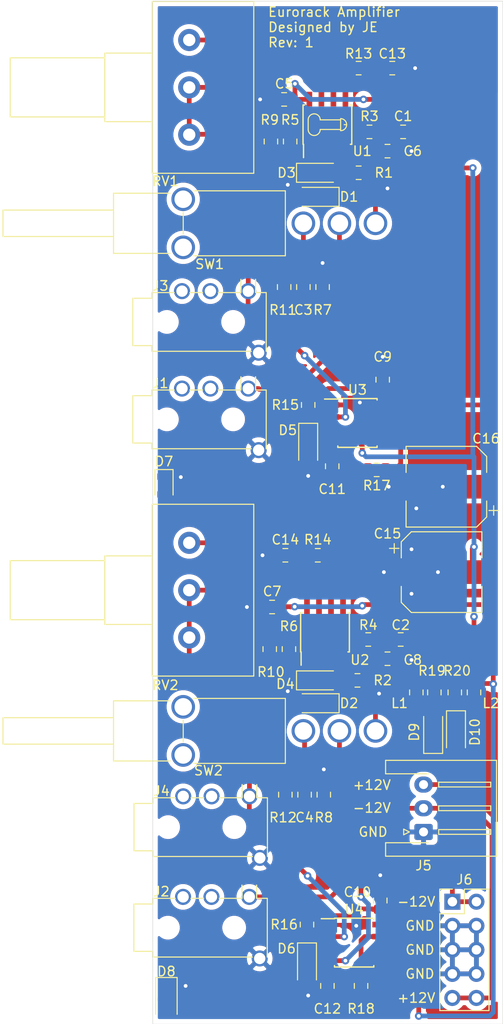
<source format=kicad_pcb>
(kicad_pcb (version 20171130) (host pcbnew "(5.1.0)-1")
  (layers (0 F.Cu signal) (31 B.Cu signal) (34 B.Paste user) (35 F.Paste user) (36 B.SilkS user) (37 F.SilkS user) (38 B.Mask user) (39 F.Mask user) (44 Edge.Cuts user))
  (net 0 "")
  (net 1 "Net-(C1-Pad2)")
  (net 2 GND)
  (net 3 "Net-(C2-Pad2)")
  (net 4 "Net-(C3-Pad2)")
  (net 5 "Net-(C3-Pad1)")
  (net 6 "Net-(C4-Pad2)")
  (net 7 "Net-(C4-Pad1)")
  (net 8 +12V)
  (net 9 -12V)
  (net 10 "Net-(C13-Pad2)")
  (net 11 "Net-(C14-Pad2)")
  (net 12 "Net-(D1-Pad1)")
  (net 13 "Net-(D2-Pad1)")
  (net 14 "Net-(D5-Pad1)")
  (net 15 "Net-(D6-Pad1)")
  (net 16 "Net-(D7-Pad2)")
  (net 17 "Net-(D8-Pad2)")
  (net 18 "Net-(R3-Pad2)")
  (net 19 "Net-(R4-Pad2)")
  (net 20 "Net-(R5-Pad2)")
  (net 21 "Net-(R10-Pad1)")
  (net 22 "Net-(R11-Pad2)")
  (net 23 "Net-(R10-Pad2)")
  (net 24 "Net-(R13-Pad2)")
  (net 25 "Net-(R14-Pad2)")
  (net 26 "Net-(U3-Pad6)")
  (net 27 "Net-(U3-Pad5)")
  (net 28 "Net-(U4-Pad6)")
  (net 29 "Net-(U4-Pad5)")
  (net 30 "Net-(J1-PadR2)")
  (net 31 "Net-(J1-PadR1)")
  (net 32 "Net-(J2-PadR2)")
  (net 33 "Net-(J2-PadR1)")
  (net 34 "Net-(J3-PadR2)")
  (net 35 "Net-(J3-PadR1)")
  (net 36 "Net-(J3-PadT)")
  (net 37 "Net-(J4-PadR2)")
  (net 38 "Net-(J4-PadR1)")
  (net 39 "Net-(J1-PadT)")
  (net 40 "Net-(J2-PadT)")
  (net 41 "Net-(J4-PadT)")
  (net 42 "Net-(R17-Pad1)")
  (net 43 "Net-(R18-Pad2)")
  (net 44 "Net-(L1-Pad1)")
  (net 45 "Net-(L2-Pad1)")
  (net 46 "Net-(D9-Pad2)")
  (net 47 "Net-(D9-Pad1)")
  (net 48 "Net-(D10-Pad2)")
  (net 49 "Net-(D10-Pad1)")
  (module Capacitor_SMD:CP_Elec_8x10 (layer F.Cu) (at 128.524 97.282)
    (fp_text reference C16 (at 4.699 -14.097) (layer F.SilkS))
    (fp_text value 330u)
    (pad 2 smd roundrect (at 3.25 0) (size 3.5 2.5) (layers F.Cu F.Paste F.Mask) (roundrect_rratio 0.1) (net 9 -12V))
    (pad 1 smd roundrect (at -3.25 0) (size 3.5 2.5) (layers F.Cu F.Paste F.Mask) (roundrect_rratio 0.1) (net 2 GND))
  )
  (module Capacitor_SMD:CP_Elec_8x10 (layer F.Cu) (at 129.032 88.265 180)
    (fp_text reference C15 (at 6.223 -4.953 180) (layer F.SilkS))
    (fp_text value 330u)
    (pad 2 smd roundrect (at 3.25 0 180) (size 3.5 2.5) (layers F.Cu F.Paste F.Mask) (roundrect_rratio 0.1) (net 2 GND))
    (pad 1 smd roundrect (at -3.25 0 180) (size 3.5 2.5) (layers F.Cu F.Paste F.Mask) (roundrect_rratio 0.1) (net 8 +12V))
  )
  (module Diode_SMD:D_SOD-123 (layer F.Cu) (at 130.048 114.173 270)
    (fp_text reference D10 (at 0 -2 270) (layer F.SilkS))
    (fp_text value ES1JL)
    (pad 2 smd rect (at 1.65 0 270) (size 0.9 1.2) (layers F.Cu F.Paste F.Mask) (net 48 "Net-(D10-Pad2)"))
    (pad 1 smd rect (at -1.65 0 270) (size 0.9 1.2) (layers F.Cu F.Paste F.Mask) (net 49 "Net-(D10-Pad1)"))
  )
  (module Diode_SMD:D_SOD-123 (layer F.Cu) (at 127.635 114.173 90)
    (fp_text reference D9 (at 0 -2 90) (layer F.SilkS))
    (fp_text value ES1JL)
    (pad 2 smd rect (at 1.65 0 90) (size 0.9 1.2) (layers F.Cu F.Paste F.Mask) (net 46 "Net-(D9-Pad2)"))
    (pad 1 smd rect (at -1.65 0 90) (size 0.9 1.2) (layers F.Cu F.Paste F.Mask) (net 47 "Net-(D9-Pad1)"))
  )
  (module Footprints:Jack_3.5mm_PJ320D_TH (layer F.Cu) (at 104.394 124.206)
    (fp_text reference J4 (at -5.461 -3.81) (layer F.SilkS))
    (fp_text value AudioJack4)
    (pad S thru_hole circle (at 4.925 3.25) (size 1.7 1.7) (drill 1.2) (layers *.Cu *.Mask) (net 2 GND))
    (pad T thru_hole circle (at 3.825 -3.25) (size 1.7 1.7) (drill 1.2) (layers *.Cu *.Mask) (net 41 "Net-(J4-PadT)"))
    (pad R1 thru_hole circle (at -0.175 -3.25) (size 1.7 1.7) (drill 1.2) (layers *.Cu *.Mask) (net 38 "Net-(J4-PadR1)"))
    (pad R2 thru_hole circle (at -3.175 -3.25) (size 1.7 1.7) (drill 1.2) (layers *.Cu *.Mask) (net 37 "Net-(J4-PadR2)"))
    (pad "" np_thru_hole circle (at -4.775 0) (size 1.5 1.5) (drill 1.5) (layers *.Cu *.Mask))
    (pad "" np_thru_hole circle (at 2.225 0) (size 1.5 1.5) (drill 1.5) (layers *.Cu *.Mask))
  )
  (module Footprints:Jack_3.5mm_PJ320D_TH (layer F.Cu) (at 104.267 70.866)
    (fp_text reference J3 (at -5.461 -3.81) (layer F.SilkS))
    (fp_text value AudioJack4)
    (pad S thru_hole circle (at 4.925 3.25) (size 1.7 1.7) (drill 1.2) (layers *.Cu *.Mask) (net 2 GND))
    (pad T thru_hole circle (at 3.825 -3.25) (size 1.7 1.7) (drill 1.2) (layers *.Cu *.Mask) (net 36 "Net-(J3-PadT)"))
    (pad R1 thru_hole circle (at -0.175 -3.25) (size 1.7 1.7) (drill 1.2) (layers *.Cu *.Mask) (net 35 "Net-(J3-PadR1)"))
    (pad R2 thru_hole circle (at -3.175 -3.25) (size 1.7 1.7) (drill 1.2) (layers *.Cu *.Mask) (net 34 "Net-(J3-PadR2)"))
    (pad "" np_thru_hole circle (at -4.775 0) (size 1.5 1.5) (drill 1.5) (layers *.Cu *.Mask))
    (pad "" np_thru_hole circle (at 2.225 0) (size 1.5 1.5) (drill 1.5) (layers *.Cu *.Mask))
  )
  (module Footprints:Jack_3.5mm_PJ320D_TH (layer F.Cu) (at 104.379 134.822)
    (fp_text reference J2 (at -5.461 -3.81) (layer F.SilkS))
    (fp_text value AudioJack4)
    (pad S thru_hole circle (at 4.925 3.25) (size 1.7 1.7) (drill 1.2) (layers *.Cu *.Mask) (net 2 GND))
    (pad T thru_hole circle (at 3.825 -3.25) (size 1.7 1.7) (drill 1.2) (layers *.Cu *.Mask) (net 40 "Net-(J2-PadT)"))
    (pad R1 thru_hole circle (at -0.175 -3.25) (size 1.7 1.7) (drill 1.2) (layers *.Cu *.Mask) (net 33 "Net-(J2-PadR1)"))
    (pad R2 thru_hole circle (at -3.175 -3.25) (size 1.7 1.7) (drill 1.2) (layers *.Cu *.Mask) (net 32 "Net-(J2-PadR2)"))
    (pad "" np_thru_hole circle (at -4.775 0) (size 1.5 1.5) (drill 1.5) (layers *.Cu *.Mask))
    (pad "" np_thru_hole circle (at 2.225 0) (size 1.5 1.5) (drill 1.5) (layers *.Cu *.Mask))
  )
  (module Footprints:Jack_3.5mm_PJ320D_TH (layer F.Cu) (at 104.267 81.153)
    (fp_text reference J1 (at -5.461 -3.81) (layer F.SilkS))
    (fp_text value AudioJack4)
    (pad S thru_hole circle (at 4.925 3.25) (size 1.7 1.7) (drill 1.2) (layers *.Cu *.Mask) (net 2 GND))
    (pad T thru_hole circle (at 3.825 -3.25) (size 1.7 1.7) (drill 1.2) (layers *.Cu *.Mask) (net 39 "Net-(J1-PadT)"))
    (pad R1 thru_hole circle (at -0.175 -3.25) (size 1.7 1.7) (drill 1.2) (layers *.Cu *.Mask) (net 31 "Net-(J1-PadR1)"))
    (pad R2 thru_hole circle (at -3.175 -3.25) (size 1.7 1.7) (drill 1.2) (layers *.Cu *.Mask) (net 30 "Net-(J1-PadR2)"))
    (pad "" np_thru_hole circle (at -4.775 0) (size 1.5 1.5) (drill 1.5) (layers *.Cu *.Mask))
    (pad "" np_thru_hole circle (at 2.225 0) (size 1.5 1.5) (drill 1.5) (layers *.Cu *.Mask))
  )
  (module Connector_JST:JST_XH_S3B-XH-A-1_1x03_P2.50mm_Horizontal (layer F.Cu) (at 126.619 124.714 90)
    (fp_text reference J5 (at -3.556 0 180) (layer F.SilkS))
    (fp_text value Conn_01x03_Male)
    (pad 3 thru_hole oval (at 5 0 90) (size 1.7 1.95) (drill 0.95) (layers *.Cu *.Mask) (net 48 "Net-(D10-Pad2)"))
    (pad 2 thru_hole oval (at 2.5 0 90) (size 1.7 1.95) (drill 0.95) (layers *.Cu *.Mask) (net 47 "Net-(D9-Pad1)"))
    (pad 1 thru_hole roundrect (at 0 0 90) (size 1.7 1.95) (drill 0.95) (layers *.Cu *.Mask) (roundrect_rratio 0.147059) (net 2 GND))
  )
  (module Resistor_SMD:R_0805_2012Metric (layer F.Cu) (at 129.921 109.982 90)
    (fp_text reference R20 (at 2.286 0.254 180) (layer F.SilkS))
    (fp_text value 1R)
    (pad 2 smd roundrect (at 0.9375 0 90) (size 0.975 1.4) (layers F.Cu F.Paste F.Mask) (net 45 "Net-(L2-Pad1)"))
    (pad 1 smd roundrect (at -0.9375 0 90) (size 0.975 1.4) (layers F.Cu F.Paste F.Mask) (net 49 "Net-(D10-Pad1)"))
  )
  (module Resistor_SMD:R_0805_2012Metric (layer F.Cu) (at 127.762 109.982 90)
    (fp_text reference R19 (at 2.286 -0.254 180) (layer F.SilkS))
    (fp_text value 1R)
    (pad 2 smd roundrect (at 0.9375 0 90) (size 0.975 1.4) (layers F.Cu F.Paste F.Mask) (net 44 "Net-(L1-Pad1)"))
    (pad 1 smd roundrect (at -0.9375 0 90) (size 0.975 1.4) (layers F.Cu F.Paste F.Mask) (net 46 "Net-(D9-Pad2)"))
  )
  (module Inductor_SMD:L_0805_2012Metric (layer F.Cu) (at 131.953 109.982 90)
    (fp_text reference L2 (at -1.143 1.778 180) (layer F.SilkS))
    (fp_text value 10u)
    (pad 2 smd roundrect (at 0.9375 0 90) (size 0.975 1.4) (layers F.Cu F.Paste F.Mask) (net 8 +12V))
    (pad 1 smd roundrect (at -0.9375 0 90) (size 0.975 1.4) (layers F.Cu F.Paste F.Mask) (net 45 "Net-(L2-Pad1)"))
  )
  (module Inductor_SMD:L_0805_2012Metric (layer F.Cu) (at 125.857 109.982 90)
    (fp_text reference L1 (at -1.143 -1.778 180) (layer F.SilkS))
    (fp_text value 10u)
    (pad 2 smd roundrect (at 0.9375 0 90) (size 0.975 1.4) (layers F.Cu F.Paste F.Mask) (net 9 -12V))
    (pad 1 smd roundrect (at -0.9375 0 90) (size 0.975 1.4) (layers F.Cu F.Paste F.Mask) (net 44 "Net-(L1-Pad1)"))
  )
  (module Connector_PinHeader_2.54mm:PinHeader_2x05_P2.54mm_Vertical (layer F.Cu) (at 129.667 132.08)
    (fp_text reference J6 (at 1.27 -2.33) (layer F.SilkS))
    (fp_text value Conn_02x05_Odd_Even)
    (pad 10 thru_hole oval (at 2.54 10.16) (size 1.7 1.7) (drill 1) (layers *.Cu *.Mask) (net 48 "Net-(D10-Pad2)"))
    (pad 9 thru_hole oval (at 0 10.16) (size 1.7 1.7) (drill 1) (layers *.Cu *.Mask) (net 48 "Net-(D10-Pad2)"))
    (pad 8 thru_hole oval (at 2.54 7.62) (size 1.7 1.7) (drill 1) (layers *.Cu *.Mask) (net 2 GND))
    (pad 7 thru_hole oval (at 0 7.62) (size 1.7 1.7) (drill 1) (layers *.Cu *.Mask) (net 2 GND))
    (pad 6 thru_hole oval (at 2.54 5.08) (size 1.7 1.7) (drill 1) (layers *.Cu *.Mask) (net 2 GND))
    (pad 5 thru_hole oval (at 0 5.08) (size 1.7 1.7) (drill 1) (layers *.Cu *.Mask) (net 2 GND))
    (pad 4 thru_hole oval (at 2.54 2.54) (size 1.7 1.7) (drill 1) (layers *.Cu *.Mask) (net 2 GND))
    (pad 3 thru_hole oval (at 0 2.54) (size 1.7 1.7) (drill 1) (layers *.Cu *.Mask) (net 2 GND))
    (pad 2 thru_hole oval (at 2.54 0) (size 1.7 1.7) (drill 1) (layers *.Cu *.Mask) (net 47 "Net-(D9-Pad1)"))
    (pad 1 thru_hole rect (at 0 0) (size 1.7 1.7) (drill 1) (layers *.Cu *.Mask) (net 47 "Net-(D9-Pad1)"))
  )
  (module LED_SMD:LED_0805_2012Metric (layer F.Cu) (at 99.187 88.138 270)
    (fp_text reference D7 (at -2.54 0) (layer F.SilkS))
    (fp_text value RED)
    (pad 2 smd roundrect (at 0.9375 0 270) (size 0.975 1.4) (layers F.Cu F.Paste F.Mask) (net 16 "Net-(D7-Pad2)"))
    (pad 1 smd roundrect (at -0.9375 0 270) (size 0.975 1.4) (layers F.Cu F.Paste F.Mask) (net 2 GND))
  )
  (module Footprints:RS-toggle-734-7081 (layer F.Cu) (at 101.219 114.046 270)
    (fp_text reference SW2 (at 4.191 -2.667) (layer F.SilkS))
    (fp_text value 734-7081)
    (pad 5 thru_hole circle (at -2.54 0 270) (size 2.5 2.5) (drill 1.85) (layers *.Cu *.Mask))
    (pad 4 thru_hole circle (at 2.54 0 270) (size 2.5 2.5) (drill 1.85) (layers *.Cu *.Mask))
    (pad 3 thru_hole circle (at 0 -20.32 270) (size 2.5 2.5) (drill 1.85) (layers *.Cu *.Mask) (net 13 "Net-(D2-Pad1)"))
    (pad 2 thru_hole circle (at 0 -16.51 270) (size 2.5 2.5) (drill 1.85) (layers *.Cu *.Mask) (net 40 "Net-(J2-PadT)"))
    (pad 1 thru_hole circle (at 0 -12.7 270) (size 2.5 2.5) (drill 1.85) (layers *.Cu *.Mask) (net 6 "Net-(C4-Pad2)"))
  )
  (module Footprints:RS-toggle-734-7081 (layer F.Cu) (at 101.219 60.452 270)
    (fp_text reference SW1 (at 4.318 -2.794) (layer F.SilkS))
    (fp_text value 734-7081)
    (pad 5 thru_hole circle (at -2.54 0 270) (size 2.5 2.5) (drill 1.85) (layers *.Cu *.Mask))
    (pad 4 thru_hole circle (at 2.54 0 270) (size 2.5 2.5) (drill 1.85) (layers *.Cu *.Mask))
    (pad 3 thru_hole circle (at 0 -20.32 270) (size 2.5 2.5) (drill 1.85) (layers *.Cu *.Mask) (net 12 "Net-(D1-Pad1)"))
    (pad 2 thru_hole circle (at 0 -16.51 270) (size 2.5 2.5) (drill 1.85) (layers *.Cu *.Mask) (net 39 "Net-(J1-PadT)"))
    (pad 1 thru_hole circle (at 0 -12.7 270) (size 2.5 2.5) (drill 1.85) (layers *.Cu *.Mask) (net 4 "Net-(C3-Pad2)"))
  )
  (module Package_SO:SOIC-8_3.9x4.9mm_P1.27mm (layer F.Cu) (at 119.286 136.398)
    (fp_text reference U4 (at 0 -3.5) (layer F.SilkS))
    (fp_text value LM311)
    (pad 8 smd rect (at 2.7 -1.905) (size 1.55 0.6) (layers F.Cu F.Paste F.Mask) (net 8 +12V))
    (pad 7 smd rect (at 2.7 -0.635) (size 1.55 0.6) (layers F.Cu F.Paste F.Mask) (net 43 "Net-(R18-Pad2)"))
    (pad 6 smd rect (at 2.7 0.635) (size 1.55 0.6) (layers F.Cu F.Paste F.Mask) (net 28 "Net-(U4-Pad6)"))
    (pad 5 smd rect (at 2.7 1.905) (size 1.55 0.6) (layers F.Cu F.Paste F.Mask) (net 29 "Net-(U4-Pad5)"))
    (pad 4 smd rect (at -2.7 1.905) (size 1.55 0.6) (layers F.Cu F.Paste F.Mask) (net 9 -12V))
    (pad 3 smd rect (at -2.7 0.635) (size 1.55 0.6) (layers F.Cu F.Paste F.Mask) (net 15 "Net-(D6-Pad1)"))
    (pad 2 smd rect (at -2.7 -0.635) (size 1.55 0.6) (layers F.Cu F.Paste F.Mask) (net 41 "Net-(J4-PadT)"))
    (pad 1 smd rect (at -2.7 -1.905) (size 1.55 0.6) (layers F.Cu F.Paste F.Mask) (net 2 GND))
  )
  (module Package_SO:SOIC-8_3.9x4.9mm_P1.27mm (layer F.Cu) (at 119.634 81.534)
    (fp_text reference U3 (at 0 -3.5) (layer F.SilkS))
    (fp_text value LM311)
    (pad 8 smd rect (at 2.7 -1.905) (size 1.55 0.6) (layers F.Cu F.Paste F.Mask) (net 8 +12V))
    (pad 7 smd rect (at 2.7 -0.635) (size 1.55 0.6) (layers F.Cu F.Paste F.Mask) (net 42 "Net-(R17-Pad1)"))
    (pad 6 smd rect (at 2.7 0.635) (size 1.55 0.6) (layers F.Cu F.Paste F.Mask) (net 26 "Net-(U3-Pad6)"))
    (pad 5 smd rect (at 2.7 1.905) (size 1.55 0.6) (layers F.Cu F.Paste F.Mask) (net 27 "Net-(U3-Pad5)"))
    (pad 4 smd rect (at -2.7 1.905) (size 1.55 0.6) (layers F.Cu F.Paste F.Mask) (net 9 -12V))
    (pad 3 smd rect (at -2.7 0.635) (size 1.55 0.6) (layers F.Cu F.Paste F.Mask) (net 14 "Net-(D5-Pad1)"))
    (pad 2 smd rect (at -2.7 -0.635) (size 1.55 0.6) (layers F.Cu F.Paste F.Mask) (net 36 "Net-(J3-PadT)"))
    (pad 1 smd rect (at -2.7 -1.905) (size 1.55 0.6) (layers F.Cu F.Paste F.Mask) (net 2 GND))
  )
  (module Package_SO:SOIC-8_3.9x4.9mm_P1.27mm (layer F.Cu) (at 116.205 103.632 90)
    (fp_text reference U2 (at -2.921 3.683 180) (layer F.SilkS))
    (fp_text value NE5532)
    (pad 8 smd rect (at 2.7 -1.905 90) (size 1.55 0.6) (layers F.Cu F.Paste F.Mask) (net 8 +12V))
    (pad 7 smd rect (at 2.7 -0.635 90) (size 1.55 0.6) (layers F.Cu F.Paste F.Mask) (net 41 "Net-(J4-PadT)"))
    (pad 6 smd rect (at 2.7 0.635 90) (size 1.55 0.6) (layers F.Cu F.Paste F.Mask) (net 25 "Net-(R14-Pad2)"))
    (pad 5 smd rect (at 2.7 1.905 90) (size 1.55 0.6) (layers F.Cu F.Paste F.Mask) (net 23 "Net-(R10-Pad2)"))
    (pad 4 smd rect (at -2.7 1.905 90) (size 1.55 0.6) (layers F.Cu F.Paste F.Mask) (net 9 -12V))
    (pad 3 smd rect (at -2.7 0.635 90) (size 1.55 0.6) (layers F.Cu F.Paste F.Mask) (net 13 "Net-(D2-Pad1)"))
    (pad 2 smd rect (at -2.7 -0.635 90) (size 1.55 0.6) (layers F.Cu F.Paste F.Mask) (net 19 "Net-(R4-Pad2)"))
    (pad 1 smd rect (at -2.7 -1.905 90) (size 1.55 0.6) (layers F.Cu F.Paste F.Mask) (net 21 "Net-(R10-Pad1)"))
  )
  (module Package_SO:SOIC-8_3.9x4.9mm_P1.27mm (layer F.Cu) (at 116.459 50.038 90)
    (fp_text reference U1 (at -2.794 3.683 180) (layer F.SilkS))
    (fp_text value NE5532)
    (pad 8 smd rect (at 2.7 -1.905 90) (size 1.55 0.6) (layers F.Cu F.Paste F.Mask) (net 8 +12V))
    (pad 7 smd rect (at 2.7 -0.635 90) (size 1.55 0.6) (layers F.Cu F.Paste F.Mask) (net 36 "Net-(J3-PadT)"))
    (pad 6 smd rect (at 2.7 0.635 90) (size 1.55 0.6) (layers F.Cu F.Paste F.Mask) (net 24 "Net-(R13-Pad2)"))
    (pad 5 smd rect (at 2.7 1.905 90) (size 1.55 0.6) (layers F.Cu F.Paste F.Mask) (net 22 "Net-(R11-Pad2)"))
    (pad 4 smd rect (at -2.7 1.905 90) (size 1.55 0.6) (layers F.Cu F.Paste F.Mask) (net 9 -12V))
    (pad 3 smd rect (at -2.7 0.635 90) (size 1.55 0.6) (layers F.Cu F.Paste F.Mask) (net 12 "Net-(D1-Pad1)"))
    (pad 2 smd rect (at -2.7 -0.635 90) (size 1.55 0.6) (layers F.Cu F.Paste F.Mask) (net 18 "Net-(R3-Pad2)"))
    (pad 1 smd rect (at -2.7 -1.905 90) (size 1.55 0.6) (layers F.Cu F.Paste F.Mask) (net 20 "Net-(R5-Pad2)"))
  )
  (module Potentiometer_THT:Potentiometer_Alps_RK163_Single_Horizontal (layer F.Cu) (at 101.854 94.187 180)
    (fp_text reference RV2 (at 2.54 -15.033 180) (layer F.SilkS))
    (fp_text value 10KA)
    (pad 1 thru_hole circle (at 0 0 180) (size 2.34 2.34) (drill 1.3) (layers *.Cu *.Mask) (net 25 "Net-(R14-Pad2)"))
    (pad 2 thru_hole circle (at 0 -5 180) (size 2.34 2.34) (drill 1.3) (layers *.Cu *.Mask) (net 41 "Net-(J4-PadT)"))
    (pad 3 thru_hole circle (at 0 -10 180) (size 2.34 2.34) (drill 1.3) (layers *.Cu *.Mask) (net 41 "Net-(J4-PadT)"))
  )
  (module Potentiometer_THT:Potentiometer_Alps_RK163_Single_Horizontal (layer F.Cu) (at 101.854 41.101 180)
    (fp_text reference RV1 (at 2.54 -14.906 180) (layer F.SilkS))
    (fp_text value 10KA)
    (pad 1 thru_hole circle (at 0 0 180) (size 2.34 2.34) (drill 1.3) (layers *.Cu *.Mask) (net 24 "Net-(R13-Pad2)"))
    (pad 2 thru_hole circle (at 0 -5 180) (size 2.34 2.34) (drill 1.3) (layers *.Cu *.Mask) (net 36 "Net-(J3-PadT)"))
    (pad 3 thru_hole circle (at 0 -10 180) (size 2.34 2.34) (drill 1.3) (layers *.Cu *.Mask) (net 36 "Net-(J3-PadT)"))
  )
  (module Resistor_SMD:R_0805_2012Metric (layer F.Cu) (at 120.015 140.97 90)
    (fp_text reference R18 (at -2.413 0 180) (layer F.SilkS))
    (fp_text value 1K)
    (pad 2 smd roundrect (at 0.9375 0 90) (size 0.975 1.4) (layers F.Cu F.Paste F.Mask) (net 43 "Net-(R18-Pad2)"))
    (pad 1 smd roundrect (at -0.9375 0 90) (size 0.975 1.4) (layers F.Cu F.Paste F.Mask) (net 17 "Net-(D8-Pad2)"))
  )
  (module Resistor_SMD:R_0805_2012Metric (layer F.Cu) (at 121.666 86.487 180)
    (fp_text reference R17 (at 0 -1.651) (layer F.SilkS))
    (fp_text value 1K)
    (pad 2 smd roundrect (at 0.9375 0 180) (size 0.975 1.4) (layers F.Cu F.Paste F.Mask) (net 16 "Net-(D7-Pad2)"))
    (pad 1 smd roundrect (at -0.9375 0 180) (size 0.975 1.4) (layers F.Cu F.Paste F.Mask) (net 42 "Net-(R17-Pad1)"))
  )
  (module Resistor_SMD:R_0805_2012Metric (layer F.Cu) (at 114.3 134.493 90)
    (fp_text reference R16 (at 0 -2.413 180) (layer F.SilkS))
    (fp_text value 1K)
    (pad 2 smd roundrect (at 0.9375 0 90) (size 0.975 1.4) (layers F.Cu F.Paste F.Mask) (net 8 +12V))
    (pad 1 smd roundrect (at -0.9375 0 90) (size 0.975 1.4) (layers F.Cu F.Paste F.Mask) (net 15 "Net-(D6-Pad1)"))
  )
  (module Resistor_SMD:R_0805_2012Metric (layer F.Cu) (at 114.427 79.629 90)
    (fp_text reference R15 (at 0 -2.413 180) (layer F.SilkS))
    (fp_text value 1K)
    (pad 2 smd roundrect (at 0.9375 0 90) (size 0.975 1.4) (layers F.Cu F.Paste F.Mask) (net 8 +12V))
    (pad 1 smd roundrect (at -0.9375 0 90) (size 0.975 1.4) (layers F.Cu F.Paste F.Mask) (net 14 "Net-(D5-Pad1)"))
  )
  (module Resistor_SMD:R_0805_2012Metric (layer F.Cu) (at 115.443 95.504)
    (fp_text reference R14 (at 0 -1.65) (layer F.SilkS))
    (fp_text value 1K)
    (pad 2 smd roundrect (at 0.9375 0) (size 0.975 1.4) (layers F.Cu F.Paste F.Mask) (net 25 "Net-(R14-Pad2)"))
    (pad 1 smd roundrect (at -0.9375 0) (size 0.975 1.4) (layers F.Cu F.Paste F.Mask) (net 11 "Net-(C14-Pad2)"))
  )
  (module Resistor_SMD:R_0805_2012Metric (layer F.Cu) (at 119.761 44.069 180)
    (fp_text reference R13 (at 0 1.524) (layer F.SilkS))
    (fp_text value 1K)
    (pad 2 smd roundrect (at 0.9375 0 180) (size 0.975 1.4) (layers F.Cu F.Paste F.Mask) (net 24 "Net-(R13-Pad2)"))
    (pad 1 smd roundrect (at -0.9375 0 180) (size 0.975 1.4) (layers F.Cu F.Paste F.Mask) (net 10 "Net-(C13-Pad2)"))
  )
  (module Resistor_SMD:R_0805_2012Metric (layer F.Cu) (at 112.014 120.777 90)
    (fp_text reference R12 (at -2.413 -0.254 180) (layer F.SilkS))
    (fp_text value 10K)
    (pad 2 smd roundrect (at 0.9375 0 90) (size 0.975 1.4) (layers F.Cu F.Paste F.Mask) (net 23 "Net-(R10-Pad2)"))
    (pad 1 smd roundrect (at -0.9375 0 90) (size 0.975 1.4) (layers F.Cu F.Paste F.Mask) (net 7 "Net-(C4-Pad1)"))
  )
  (module Resistor_SMD:R_0805_2012Metric (layer F.Cu) (at 111.887 67.183 90)
    (fp_text reference R11 (at -2.413 -0.127 180) (layer F.SilkS))
    (fp_text value 10K)
    (pad 2 smd roundrect (at 0.9375 0 90) (size 0.975 1.4) (layers F.Cu F.Paste F.Mask) (net 22 "Net-(R11-Pad2)"))
    (pad 1 smd roundrect (at -0.9375 0 90) (size 0.975 1.4) (layers F.Cu F.Paste F.Mask) (net 5 "Net-(C3-Pad1)"))
  )
  (module Resistor_SMD:R_0805_2012Metric (layer F.Cu) (at 110.363 105.41 90)
    (fp_text reference R10 (at -2.413 0.127 180) (layer F.SilkS))
    (fp_text value 10K)
    (pad 2 smd roundrect (at 0.9375 0 90) (size 0.975 1.4) (layers F.Cu F.Paste F.Mask) (net 23 "Net-(R10-Pad2)"))
    (pad 1 smd roundrect (at -0.9375 0 90) (size 0.975 1.4) (layers F.Cu F.Paste F.Mask) (net 21 "Net-(R10-Pad1)"))
  )
  (module Resistor_SMD:R_0805_2012Metric (layer F.Cu) (at 110.49 51.816 90)
    (fp_text reference R9 (at 2.286 -0.127 180) (layer F.SilkS))
    (fp_text value 10K)
    (pad 2 smd roundrect (at 0.9375 0 90) (size 0.975 1.4) (layers F.Cu F.Paste F.Mask) (net 22 "Net-(R11-Pad2)"))
    (pad 1 smd roundrect (at -0.9375 0 90) (size 0.975 1.4) (layers F.Cu F.Paste F.Mask) (net 20 "Net-(R5-Pad2)"))
  )
  (module Resistor_SMD:R_0805_2012Metric (layer F.Cu) (at 116.078 120.777 90)
    (fp_text reference R8 (at -2.413 0 180) (layer F.SilkS))
    (fp_text value 47K)
    (pad 2 smd roundrect (at 0.9375 0 90) (size 0.975 1.4) (layers F.Cu F.Paste F.Mask) (net 2 GND))
    (pad 1 smd roundrect (at -0.9375 0 90) (size 0.975 1.4) (layers F.Cu F.Paste F.Mask) (net 7 "Net-(C4-Pad1)"))
  )
  (module Resistor_SMD:R_0805_2012Metric (layer F.Cu) (at 115.951 67.183 90)
    (fp_text reference R7 (at -2.413 0 180) (layer F.SilkS))
    (fp_text value 47K)
    (pad 2 smd roundrect (at 0.9375 0 90) (size 0.975 1.4) (layers F.Cu F.Paste F.Mask) (net 2 GND))
    (pad 1 smd roundrect (at -0.9375 0 90) (size 0.975 1.4) (layers F.Cu F.Paste F.Mask) (net 5 "Net-(C3-Pad1)"))
  )
  (module Resistor_SMD:R_0805_2012Metric (layer F.Cu) (at 112.395 105.41 270)
    (fp_text reference R6 (at -2.413 0) (layer F.SilkS))
    (fp_text value 10K)
    (pad 2 smd roundrect (at 0.9375 0 270) (size 0.975 1.4) (layers F.Cu F.Paste F.Mask) (net 21 "Net-(R10-Pad1)"))
    (pad 1 smd roundrect (at -0.9375 0 270) (size 0.975 1.4) (layers F.Cu F.Paste F.Mask) (net 19 "Net-(R4-Pad2)"))
  )
  (module Resistor_SMD:R_0805_2012Metric (layer F.Cu) (at 112.522 51.816 270)
    (fp_text reference R5 (at -2.286 0) (layer F.SilkS))
    (fp_text value 10K)
    (pad 2 smd roundrect (at 0.9375 0 270) (size 0.975 1.4) (layers F.Cu F.Paste F.Mask) (net 20 "Net-(R5-Pad2)"))
    (pad 1 smd roundrect (at -0.9375 0 270) (size 0.975 1.4) (layers F.Cu F.Paste F.Mask) (net 18 "Net-(R3-Pad2)"))
  )
  (module Resistor_SMD:R_0805_2012Metric (layer F.Cu) (at 120.777 104.394 180)
    (fp_text reference R4 (at 0 1.524 180) (layer F.SilkS))
    (fp_text value 1K)
    (pad 2 smd roundrect (at 0.9375 0 180) (size 0.975 1.4) (layers F.Cu F.Paste F.Mask) (net 19 "Net-(R4-Pad2)"))
    (pad 1 smd roundrect (at -0.9375 0 180) (size 0.975 1.4) (layers F.Cu F.Paste F.Mask) (net 3 "Net-(C2-Pad2)"))
  )
  (module Resistor_SMD:R_0805_2012Metric (layer F.Cu) (at 120.904 50.8 180)
    (fp_text reference R3 (at 0 1.651) (layer F.SilkS))
    (fp_text value 1K)
    (pad 2 smd roundrect (at 0.9375 0 180) (size 0.975 1.4) (layers F.Cu F.Paste F.Mask) (net 18 "Net-(R3-Pad2)"))
    (pad 1 smd roundrect (at -0.9375 0 180) (size 0.975 1.4) (layers F.Cu F.Paste F.Mask) (net 1 "Net-(C1-Pad2)"))
  )
  (module Resistor_SMD:R_0805_2012Metric (layer F.Cu) (at 119.634 108.712)
    (fp_text reference R2 (at 2.667 0) (layer F.SilkS))
    (fp_text value 1M)
    (pad 2 smd roundrect (at 0.9375 0) (size 0.975 1.4) (layers F.Cu F.Paste F.Mask) (net 2 GND))
    (pad 1 smd roundrect (at -0.9375 0) (size 0.975 1.4) (layers F.Cu F.Paste F.Mask) (net 13 "Net-(D2-Pad1)"))
  )
  (module Resistor_SMD:R_0805_2012Metric (layer F.Cu) (at 119.761 55.118)
    (fp_text reference R1 (at 2.667 0 180) (layer F.SilkS))
    (fp_text value 1M)
    (pad 2 smd roundrect (at 0.9375 0) (size 0.975 1.4) (layers F.Cu F.Paste F.Mask) (net 2 GND))
    (pad 1 smd roundrect (at -0.9375 0) (size 0.975 1.4) (layers F.Cu F.Paste F.Mask) (net 12 "Net-(D1-Pad1)"))
  )
  (module LED_SMD:LED_1206_3216Metric (layer F.Cu) (at 99.441 142.367 270)
    (fp_text reference D8 (at -2.921 0) (layer F.SilkS))
    (fp_text value RED)
    (pad 2 smd roundrect (at 1.4 0 270) (size 1.25 1.75) (layers F.Cu F.Paste F.Mask) (roundrect_rratio 0.2) (net 17 "Net-(D8-Pad2)"))
    (pad 1 smd roundrect (at -1.4 0 270) (size 1.25 1.75) (layers F.Cu F.Paste F.Mask) (roundrect_rratio 0.2) (net 2 GND))
  )
  (module Diode_SMD:D_SOD-123 (layer F.Cu) (at 114.3 138.684 270)
    (fp_text reference D6 (at -1.651 2.159) (layer F.SilkS))
    (fp_text value 5V)
    (pad 2 smd rect (at 1.65 0 270) (size 0.9 1.2) (layers F.Cu F.Paste F.Mask) (net 2 GND))
    (pad 1 smd rect (at -1.65 0 270) (size 0.9 1.2) (layers F.Cu F.Paste F.Mask) (net 15 "Net-(D6-Pad1)"))
  )
  (module Diode_SMD:D_SOD-123 (layer F.Cu) (at 114.427 83.82 270)
    (fp_text reference D5 (at -1.524 2.159) (layer F.SilkS))
    (fp_text value 5V)
    (pad 2 smd rect (at 1.65 0 270) (size 0.9 1.2) (layers F.Cu F.Paste F.Mask) (net 2 GND))
    (pad 1 smd rect (at -1.65 0 270) (size 0.9 1.2) (layers F.Cu F.Paste F.Mask) (net 14 "Net-(D5-Pad1)"))
  )
  (module Diode_SMD:D_SOD-123 (layer F.Cu) (at 115.443 108.712)
    (fp_text reference D4 (at -3.429 0.381) (layer F.SilkS))
    (fp_text value ES1JL)
    (pad 2 smd rect (at 1.65 0) (size 0.9 1.2) (layers F.Cu F.Paste F.Mask) (net 13 "Net-(D2-Pad1)"))
    (pad 1 smd rect (at -1.65 0) (size 0.9 1.2) (layers F.Cu F.Paste F.Mask) (net 2 GND))
  )
  (module Diode_SMD:D_SOD-123 (layer F.Cu) (at 115.443 55.118)
    (fp_text reference D3 (at -3.302 0 180) (layer F.SilkS))
    (fp_text value ES1JL)
    (pad 2 smd rect (at 1.65 0) (size 0.9 1.2) (layers F.Cu F.Paste F.Mask) (net 12 "Net-(D1-Pad1)"))
    (pad 1 smd rect (at -1.65 0) (size 0.9 1.2) (layers F.Cu F.Paste F.Mask) (net 2 GND))
  )
  (module Diode_SMD:D_SOD-123 (layer F.Cu) (at 115.443 111.125 180)
    (fp_text reference D2 (at -3.302 0 180) (layer F.SilkS))
    (fp_text value ES1JL)
    (pad 2 smd rect (at 1.65 0 180) (size 0.9 1.2) (layers F.Cu F.Paste F.Mask) (net 2 GND))
    (pad 1 smd rect (at -1.65 0 180) (size 0.9 1.2) (layers F.Cu F.Paste F.Mask) (net 13 "Net-(D2-Pad1)"))
  )
  (module Diode_SMD:D_SOD-123 (layer F.Cu) (at 115.443 57.658 180)
    (fp_text reference D1 (at -3.302 0) (layer F.SilkS))
    (fp_text value ES1JL)
    (pad 2 smd rect (at 1.65 0 180) (size 0.9 1.2) (layers F.Cu F.Paste F.Mask) (net 2 GND))
    (pad 1 smd rect (at -1.65 0 180) (size 0.9 1.2) (layers F.Cu F.Paste F.Mask) (net 12 "Net-(D1-Pad1)"))
  )
  (module Capacitor_SMD:C_0805_2012Metric (layer F.Cu) (at 112.014 95.504)
    (fp_text reference C14 (at 0 -1.65) (layer F.SilkS))
    (fp_text value 4u7)
    (pad 2 smd roundrect (at 0.9375 0) (size 0.975 1.4) (layers F.Cu F.Paste F.Mask) (net 11 "Net-(C14-Pad2)"))
    (pad 1 smd roundrect (at -0.9375 0) (size 0.975 1.4) (layers F.Cu F.Paste F.Mask) (net 2 GND))
  )
  (module Capacitor_SMD:C_0805_2012Metric (layer F.Cu) (at 123.317 44.069 180)
    (fp_text reference C13 (at 0 1.524) (layer F.SilkS))
    (fp_text value 4u7)
    (pad 2 smd roundrect (at 0.9375 0 180) (size 0.975 1.4) (layers F.Cu F.Paste F.Mask) (net 10 "Net-(C13-Pad2)"))
    (pad 1 smd roundrect (at -0.9375 0 180) (size 0.975 1.4) (layers F.Cu F.Paste F.Mask) (net 2 GND))
  )
  (module Capacitor_SMD:C_0805_2012Metric (layer F.Cu) (at 116.459 140.97 270)
    (fp_text reference C12 (at 2.413 0) (layer F.SilkS))
    (fp_text value 100n)
    (pad 2 smd roundrect (at 0.9375 0 270) (size 0.975 1.4) (layers F.Cu F.Paste F.Mask) (net 2 GND))
    (pad 1 smd roundrect (at -0.9375 0 270) (size 0.975 1.4) (layers F.Cu F.Paste F.Mask) (net 9 -12V))
  )
  (module Capacitor_SMD:C_0805_2012Metric (layer F.Cu) (at 116.967 86.106 270)
    (fp_text reference C11 (at 2.413 0) (layer F.SilkS))
    (fp_text value 100n)
    (pad 2 smd roundrect (at 0.9375 0 270) (size 0.975 1.4) (layers F.Cu F.Paste F.Mask) (net 2 GND))
    (pad 1 smd roundrect (at -0.9375 0 270) (size 0.975 1.4) (layers F.Cu F.Paste F.Mask) (net 9 -12V))
  )
  (module Capacitor_SMD:C_0805_2012Metric (layer F.Cu) (at 122.047 131.953 270)
    (fp_text reference C10 (at -0.889 2.413) (layer F.SilkS))
    (fp_text value 100n)
    (pad 2 smd roundrect (at 0.9375 0 270) (size 0.975 1.4) (layers F.Cu F.Paste F.Mask) (net 8 +12V))
    (pad 1 smd roundrect (at -0.9375 0 270) (size 0.975 1.4) (layers F.Cu F.Paste F.Mask) (net 2 GND))
  )
  (module Capacitor_SMD:C_0805_2012Metric (layer F.Cu) (at 122.301 76.962 270)
    (fp_text reference C9 (at -2.413 0) (layer F.SilkS))
    (fp_text value 100n)
    (pad 2 smd roundrect (at 0.9375 0 270) (size 0.975 1.4) (layers F.Cu F.Paste F.Mask) (net 8 +12V))
    (pad 1 smd roundrect (at -0.9375 0 270) (size 0.975 1.4) (layers F.Cu F.Paste F.Mask) (net 2 GND))
  )
  (module Capacitor_SMD:C_0805_2012Metric (layer F.Cu) (at 122.809 106.426)
    (fp_text reference C8 (at 2.667 0.127) (layer F.SilkS))
    (fp_text value 100n)
    (pad 2 smd roundrect (at 0.9375 0) (size 0.975 1.4) (layers F.Cu F.Paste F.Mask) (net 2 GND))
    (pad 1 smd roundrect (at -0.9375 0) (size 0.975 1.4) (layers F.Cu F.Paste F.Mask) (net 9 -12V))
  )
  (module Capacitor_SMD:C_0805_2012Metric (layer F.Cu) (at 110.617 100.965)
    (fp_text reference C7 (at 0 -1.65) (layer F.SilkS))
    (fp_text value 100n)
    (pad 2 smd roundrect (at 0.9375 0) (size 0.975 1.4) (layers F.Cu F.Paste F.Mask) (net 8 +12V))
    (pad 1 smd roundrect (at -0.9375 0) (size 0.975 1.4) (layers F.Cu F.Paste F.Mask) (net 2 GND))
  )
  (module Capacitor_SMD:C_0805_2012Metric (layer F.Cu) (at 122.809 52.832)
    (fp_text reference C6 (at 2.667 0 180) (layer F.SilkS))
    (fp_text value 100n)
    (pad 2 smd roundrect (at 0.9375 0) (size 0.975 1.4) (layers F.Cu F.Paste F.Mask) (net 2 GND))
    (pad 1 smd roundrect (at -0.9375 0) (size 0.975 1.4) (layers F.Cu F.Paste F.Mask) (net 9 -12V))
  )
  (module Capacitor_SMD:C_0805_2012Metric (layer F.Cu) (at 111.887 47.371)
    (fp_text reference C5 (at 0 -1.65) (layer F.SilkS))
    (fp_text value 100n)
    (pad 2 smd roundrect (at 0.9375 0) (size 0.975 1.4) (layers F.Cu F.Paste F.Mask) (net 8 +12V))
    (pad 1 smd roundrect (at -0.9375 0) (size 0.975 1.4) (layers F.Cu F.Paste F.Mask) (net 2 GND))
  )
  (module Capacitor_SMD:C_0805_2012Metric (layer F.Cu) (at 114.046 120.777 90)
    (fp_text reference C4 (at -2.413 0 180) (layer F.SilkS))
    (fp_text value 1u)
    (pad 2 smd roundrect (at 0.9375 0 90) (size 0.975 1.4) (layers F.Cu F.Paste F.Mask) (net 6 "Net-(C4-Pad2)"))
    (pad 1 smd roundrect (at -0.9375 0 90) (size 0.975 1.4) (layers F.Cu F.Paste F.Mask) (net 7 "Net-(C4-Pad1)"))
  )
  (module Capacitor_SMD:C_0805_2012Metric (layer F.Cu) (at 113.919 67.183 90)
    (fp_text reference C3 (at -2.413 0 180) (layer F.SilkS))
    (fp_text value 1u)
    (pad 2 smd roundrect (at 0.9375 0 90) (size 0.975 1.4) (layers F.Cu F.Paste F.Mask) (net 4 "Net-(C3-Pad2)"))
    (pad 1 smd roundrect (at -0.9375 0 90) (size 0.975 1.4) (layers F.Cu F.Paste F.Mask) (net 5 "Net-(C3-Pad1)"))
  )
  (module Capacitor_SMD:C_0805_2012Metric (layer F.Cu) (at 124.206 104.394 180)
    (fp_text reference C2 (at 0 1.524 180) (layer F.SilkS))
    (fp_text value 4u7)
    (pad 2 smd roundrect (at 0.9375 0 180) (size 0.975 1.4) (layers F.Cu F.Paste F.Mask) (net 3 "Net-(C2-Pad2)"))
    (pad 1 smd roundrect (at -0.9375 0 180) (size 0.975 1.4) (layers F.Cu F.Paste F.Mask) (net 2 GND))
  )
  (module Capacitor_SMD:C_0805_2012Metric (layer F.Cu) (at 124.46 50.8 180)
    (fp_text reference C1 (at 0 1.651) (layer F.SilkS))
    (fp_text value 4u7)
    (pad 2 smd roundrect (at 0.9375 0 180) (size 0.975 1.4) (layers F.Cu F.Paste F.Mask) (net 1 "Net-(C1-Pad2)"))
    (pad 1 smd roundrect (at -0.9375 0 180) (size 0.975 1.4) (layers F.Cu F.Paste F.Mask) (net 2 GND))
  )
  (gr_line (start 118.491 50.038) (end 118.237 50.038) (layer F.SilkS) (width 0.12))
  (gr_arc (start 117.856 50.038) (end 117.856 50.673) (angle -180) (layer F.SilkS) (width 0.12))
  (gr_line (start 117.856 49.403) (end 117.856 50.673) (layer F.SilkS) (width 0.12))
  (gr_line (start 114.427 49.53) (end 114.427 50.546) (layer F.SilkS) (width 0.12))
  (gr_line (start 115.697 50.546) (end 117.856 50.546) (layer F.SilkS) (width 0.12))
  (gr_line (start 115.697 49.53) (end 117.856 49.53) (layer F.SilkS) (width 0.12))
  (gr_arc (start 115.062 50.546) (end 114.427 50.546) (angle -180) (layer F.SilkS) (width 0.12))
  (gr_arc (start 115.062 49.53) (end 115.697 49.53) (angle -180) (layer F.SilkS) (width 0.12))
  (gr_text "Eurorack Amplifier\nDesigned by JE\nRev: 1" (at 110.109 39.751) (layer F.SilkS) (effects (font (size 1 1)) (justify left)))
  (gr_text +12V (at 121.158 119.761) (layer F.SilkS) (effects (font (size 1 1))))
  (gr_text -12V (at 121.158 122.174) (layer F.SilkS) (effects (font (size 1 1))))
  (gr_text GND (at 121.285 124.714) (layer F.SilkS) (effects (font (size 1 1))))
  (gr_text +12V (at 125.857 142.24) (layer F.SilkS) (effects (font (size 1 1))))
  (gr_text GND (at 126.238 139.7) (layer F.SilkS) (effects (font (size 1 1))))
  (gr_text GND (at 126.238 137.16) (layer F.SilkS) (effects (font (size 1 1))))
  (gr_text GND (at 126.238 134.62) (layer F.SilkS) (effects (font (size 1 1))))
  (gr_text -12V (at 125.857 132.08) (layer F.SilkS) (effects (font (size 1 1))))
  (gr_line (start 98 145) (end 98 37) (layer Edge.Cuts) (width 0.05))
  (gr_line (start 135 145) (end 98 145) (layer Edge.Cuts) (width 0.05))
  (gr_line (start 135 37) (end 135 145) (layer Edge.Cuts) (width 0.05))
  (gr_line (start 135 37) (end 98 37) (layer Edge.Cuts) (width 0.05))
  (segment (start 121.8415 50.8) (end 123.5225 50.8) (width 0.5) (layer F.Cu) (net 1))
  (segment (start 100.289 140.84) (end 99.314 140.84) (width 0.5) (layer F.Cu) (net 2))
  (via (at 122.809 56.769) (size 0.8) (drill 0.4) (layers F.Cu B.Cu) (net 2))
  (via (at 125.73 44.069) (size 0.8) (drill 0.4) (layers F.Cu B.Cu) (net 2))
  (via (at 109.347 47.371) (size 0.8) (drill 0.4) (layers F.Cu B.Cu) (net 2))
  (via (at 112.268 56.388) (size 0.8) (drill 0.4) (layers F.Cu B.Cu) (net 2))
  (via (at 115.951 64.643) (size 0.8) (drill 0.4) (layers F.Cu B.Cu) (net 2))
  (via (at 114.427 87.122) (size 0.8) (drill 0.4) (layers F.Cu B.Cu) (net 2))
  (via (at 119.888 79.375) (size 0.8) (drill 0.4) (layers F.Cu B.Cu) (net 2))
  (via (at 122.301 74.549) (size 0.8) (drill 0.4) (layers F.Cu B.Cu) (net 2))
  (via (at 107.95 100.965) (size 0.8) (drill 0.4) (layers F.Cu B.Cu) (net 2))
  (via (at 125.349 106.553) (size 0.8) (drill 0.4) (layers F.Cu B.Cu) (net 2))
  (via (at 125.349 52.832) (size 0.8) (drill 0.4) (layers F.Cu B.Cu) (net 2))
  (via (at 112.268 109.855) (size 0.8) (drill 0.4) (layers F.Cu B.Cu) (net 2))
  (via (at 116.078 118.11) (size 0.8) (drill 0.4) (layers F.Cu B.Cu) (net 2))
  (via (at 122.047 129.286) (size 0.8) (drill 0.4) (layers F.Cu B.Cu) (net 2))
  (via (at 119.507 134.62) (size 0.8) (drill 0.4) (layers F.Cu B.Cu) (net 2))
  (via (at 114.427 141.986) (size 0.8) (drill 0.4) (layers F.Cu B.Cu) (net 2))
  (via (at 101.473 140.97) (size 0.8) (drill 0.4) (layers F.Cu B.Cu) (net 2))
  (via (at 100.965 87.249) (size 0.8) (drill 0.4) (layers F.Cu B.Cu) (net 2))
  (via (at 121.92 110.109) (size 0.8) (drill 0.4) (layers F.Cu B.Cu) (net 2))
  (via (at 109.601 95.504) (size 0.8) (drill 0.4) (layers F.Cu B.Cu) (net 2))
  (via (at 122.428 97.282) (size 0.8) (drill 0.4) (layers F.Cu B.Cu) (net 2))
  (via (at 122.936 88.265) (size 0.8) (drill 0.4) (layers F.Cu B.Cu) (net 2))
  (via (at 128.143 97.282) (size 0.8) (drill 0.4) (layers F.Cu B.Cu) (net 2))
  (via (at 128.651 88.265) (size 0.8) (drill 0.4) (layers F.Cu B.Cu) (net 2))
  (via (at 125.857 90.551) (size 0.8) (drill 0.4) (layers F.Cu B.Cu) (net 2))
  (via (at 125.349 99.568) (size 0.8) (drill 0.4) (layers F.Cu B.Cu) (net 2))
  (via (at 125.349 94.869) (size 0.8) (drill 0.4) (layers F.Cu B.Cu) (net 2))
  (segment (start 123.2685 104.394) (end 121.7145 104.394) (width 0.5) (layer F.Cu) (net 3))
  (segment (start 113.919 64.7215) (end 113.919 66.2455) (width 0.5) (layer F.Cu) (net 4))
  (segment (start 113.919 60.452) (end 113.919 64.7215) (width 0.5) (layer F.Cu) (net 4))
  (segment (start 113.919 68.1205) (end 115.951 68.1205) (width 0.5) (layer F.Cu) (net 5))
  (segment (start 113.919 68.1205) (end 111.887 68.1205) (width 0.5) (layer F.Cu) (net 5))
  (segment (start 114.046 114.173) (end 113.919 114.046) (width 0.5) (layer F.Cu) (net 6))
  (segment (start 114.046 119.8395) (end 114.046 114.173) (width 0.5) (layer F.Cu) (net 6))
  (segment (start 116.078 121.7145) (end 114.046 121.7145) (width 0.5) (layer F.Cu) (net 7))
  (segment (start 112.014 121.7145) (end 114.046 121.7145) (width 0.5) (layer F.Cu) (net 7))
  (segment (start 114.521 47.371) (end 114.554 47.338) (width 0.5) (layer F.Cu) (net 8))
  (segment (start 112.8245 47.371) (end 114.521 47.371) (width 0.5) (layer F.Cu) (net 8))
  (segment (start 115.7455 78.6915) (end 114.427 78.6915) (width 0.5) (layer F.Cu) (net 8))
  (segment (start 122.301 77.8995) (end 116.5375 77.8995) (width 0.5) (layer F.Cu) (net 8))
  (segment (start 116.5375 77.8995) (end 115.7455 78.6915) (width 0.5) (layer F.Cu) (net 8))
  (segment (start 122.334 77.9325) (end 122.301 77.8995) (width 0.5) (layer F.Cu) (net 8))
  (segment (start 122.334 79.629) (end 122.334 77.9325) (width 0.5) (layer F.Cu) (net 8))
  (segment (start 112.6035 100.932) (end 112.5705 100.965) (width 0.5) (layer F.Cu) (net 8))
  (segment (start 112.175 100.932) (end 112.6035 100.932) (width 0.5) (layer F.Cu) (net 8))
  (segment (start 112.142 100.965) (end 112.175 100.932) (width 0.5) (layer F.Cu) (net 8))
  (segment (start 111.5545 100.965) (end 112.142 100.965) (width 0.5) (layer F.Cu) (net 8))
  (segment (start 121.247 132.8905) (end 122.047 132.8905) (width 0.5) (layer F.Cu) (net 8))
  (segment (start 121.1985 132.842) (end 121.247 132.8905) (width 0.5) (layer F.Cu) (net 8))
  (segment (start 119.888 132.842) (end 121.1985 132.842) (width 0.5) (layer F.Cu) (net 8))
  (segment (start 114.3 133.5555) (end 119.1745 133.5555) (width 0.5) (layer F.Cu) (net 8))
  (segment (start 119.1745 133.5555) (end 119.888 132.842) (width 0.5) (layer F.Cu) (net 8))
  (segment (start 121.986 132.9515) (end 122.047 132.8905) (width 0.5) (layer F.Cu) (net 8))
  (segment (start 121.986 134.493) (end 121.986 132.9515) (width 0.5) (layer F.Cu) (net 8))
  (via (at 112.997 100.932) (size 0.8) (drill 0.4) (layers F.Cu B.Cu) (net 8))
  (segment (start 112.997 100.932) (end 112.6035 100.932) (width 0.5) (layer F.Cu) (net 8))
  (segment (start 114.3 100.932) (end 112.997 100.932) (width 0.5) (layer F.Cu) (net 8))
  (via (at 120.142 100.838) (size 0.8) (drill 0.4) (layers F.Cu B.Cu) (net 8))
  (segment (start 112.997 100.932) (end 120.048 100.932) (width 0.5) (layer B.Cu) (net 8))
  (segment (start 120.048 100.932) (end 120.142 100.838) (width 0.5) (layer B.Cu) (net 8))
  (segment (start 134.112 79.629) (end 122.334 79.629) (width 0.5) (layer F.Cu) (net 8))
  (segment (start 134.112 79.629) (end 134.112 47.625) (width 0.5) (layer F.Cu) (net 8))
  (via (at 120.269 47.371) (size 0.8) (drill 0.4) (layers F.Cu B.Cu) (net 8))
  (segment (start 134.112 47.625) (end 133.858 47.371) (width 0.5) (layer F.Cu) (net 8))
  (segment (start 133.858 47.371) (end 120.269 47.371) (width 0.5) (layer F.Cu) (net 8))
  (via (at 113.03 45.72) (size 0.8) (drill 0.4) (layers F.Cu B.Cu) (net 8))
  (segment (start 120.269 47.371) (end 114.681 47.371) (width 0.5) (layer B.Cu) (net 8))
  (segment (start 114.681 47.371) (end 113.03 45.72) (width 0.5) (layer B.Cu) (net 8))
  (segment (start 113.03 47.1655) (end 112.8245 47.371) (width 0.5) (layer F.Cu) (net 8))
  (segment (start 113.03 45.72) (end 113.03 47.1655) (width 0.5) (layer F.Cu) (net 8))
  (segment (start 133.985 143.764) (end 133.604 144.145) (width 0.5) (layer B.Cu) (net 8))
  (segment (start 133.604 144.145) (end 126.111 144.145) (width 0.5) (layer B.Cu) (net 8))
  (segment (start 126.111 135.255) (end 125.349 134.493) (width 0.5) (layer F.Cu) (net 8))
  (segment (start 125.349 134.493) (end 121.986 134.493) (width 0.5) (layer F.Cu) (net 8))
  (segment (start 126.111 144.145) (end 126.111 135.255) (width 0.5) (layer F.Cu) (net 8))
  (segment (start 133.985 114.611685) (end 133.985 143.764) (width 0.5) (layer B.Cu) (net 8))
  (via (at 126.111 144.145) (size 0.8) (drill 0.4) (layers F.Cu B.Cu) (net 8))
  (via (at 133.985 109.093) (size 0.8) (drill 0.4) (layers F.Cu B.Cu) (net 8))
  (segment (start 133.9365 109.0445) (end 133.985 109.093) (width 0.5) (layer F.Cu) (net 8))
  (segment (start 131.953 109.0445) (end 133.9365 109.0445) (width 0.5) (layer F.Cu) (net 8))
  (segment (start 133.985 114.611685) (end 133.985 109.093) (width 0.5) (layer B.Cu) (net 8))
  (segment (start 134.023999 100.749999) (end 134.112 100.838) (width 0.5) (layer F.Cu) (net 8))
  (segment (start 133.985 100.711) (end 134.023999 100.749999) (width 0.5) (layer F.Cu) (net 8))
  (segment (start 120.142 100.838) (end 120.269 100.711) (width 0.5) (layer F.Cu) (net 8))
  (segment (start 120.269 100.711) (end 133.985 100.711) (width 0.5) (layer F.Cu) (net 8))
  (segment (start 134.112 102.362) (end 134.112 100.838) (width 0.5) (layer F.Cu) (net 8))
  (segment (start 134.112 106.807) (end 134.112 102.362) (width 0.5) (layer F.Cu) (net 8))
  (segment (start 133.985 109.093) (end 133.985 106.934) (width 0.5) (layer F.Cu) (net 8))
  (segment (start 133.985 106.934) (end 134.112 106.807) (width 0.5) (layer F.Cu) (net 8))
  (segment (start 132.282 88.265) (end 134.112 88.265) (width 0.5) (layer F.Cu) (net 8))
  (segment (start 134.112 100.838) (end 134.112 88.265) (width 0.5) (layer F.Cu) (net 8))
  (segment (start 134.112 88.265) (end 134.112 79.629) (width 0.5) (layer F.Cu) (net 8))
  (segment (start 121.7775 52.738) (end 121.8715 52.832) (width 0.5) (layer F.Cu) (net 9))
  (segment (start 118.364 52.738) (end 121.7775 52.738) (width 0.5) (layer F.Cu) (net 9))
  (segment (start 116.967 83.472) (end 116.934 83.439) (width 0.5) (layer F.Cu) (net 9))
  (segment (start 116.967 85.1685) (end 116.967 83.472) (width 0.5) (layer F.Cu) (net 9))
  (segment (start 118.204 106.426) (end 118.11 106.332) (width 0.5) (layer F.Cu) (net 9))
  (segment (start 121.8715 106.426) (end 118.204 106.426) (width 0.5) (layer F.Cu) (net 9))
  (segment (start 116.459 138.43) (end 116.586 138.303) (width 0.5) (layer F.Cu) (net 9))
  (segment (start 116.459 140.0325) (end 116.459 138.43) (width 0.5) (layer F.Cu) (net 9))
  (via (at 118.364 138.303) (size 0.8) (drill 0.4) (layers F.Cu B.Cu) (net 9))
  (segment (start 116.586 138.303) (end 118.364 138.303) (width 0.5) (layer F.Cu) (net 9))
  (via (at 120.014994 131.572) (size 0.8) (drill 0.4) (layers F.Cu B.Cu) (net 9))
  (segment (start 120.014994 118.696506) (end 120.014994 131.006315) (width 0.5) (layer F.Cu) (net 9))
  (segment (start 120.014994 131.006315) (end 120.014994 131.572) (width 0.5) (layer F.Cu) (net 9))
  (segment (start 120.796001 132.353007) (end 120.414993 131.971999) (width 0.5) (layer B.Cu) (net 9))
  (segment (start 120.796001 135.870999) (end 120.796001 132.353007) (width 0.5) (layer B.Cu) (net 9))
  (segment (start 118.364 138.303) (end 120.796001 135.870999) (width 0.5) (layer B.Cu) (net 9))
  (segment (start 120.414993 131.971999) (end 120.014994 131.572) (width 0.5) (layer B.Cu) (net 9))
  (segment (start 125.057 109.0445) (end 125.857 109.0445) (width 0.5) (layer F.Cu) (net 9))
  (segment (start 121.8715 106.426) (end 121.8715 107.9015) (width 0.5) (layer F.Cu) (net 9))
  (segment (start 121.8715 107.9015) (end 123.0145 109.0445) (width 0.5) (layer F.Cu) (net 9))
  (segment (start 124.0305 114.681) (end 123.99125 114.72025) (width 0.5) (layer F.Cu) (net 9))
  (segment (start 124.0305 109.0445) (end 124.0305 114.681) (width 0.5) (layer F.Cu) (net 9))
  (segment (start 123.99125 114.72025) (end 120.014994 118.696506) (width 0.5) (layer F.Cu) (net 9))
  (segment (start 124.0305 109.0445) (end 125.057 109.0445) (width 0.5) (layer F.Cu) (net 9))
  (segment (start 123.0145 109.0445) (end 124.0305 109.0445) (width 0.5) (layer F.Cu) (net 9))
  (via (at 131.952994 101.981) (size 0.8) (drill 0.4) (layers F.Cu B.Cu) (net 9))
  (via (at 131.826002 54.61) (size 0.8) (drill 0.4) (layers F.Cu B.Cu) (net 9))
  (segment (start 131.260317 54.61) (end 131.826002 54.61) (width 0.5) (layer F.Cu) (net 9))
  (segment (start 122.555 54.61) (end 131.260317 54.61) (width 0.5) (layer F.Cu) (net 9))
  (segment (start 121.8715 52.832) (end 121.8715 53.9265) (width 0.5) (layer F.Cu) (net 9))
  (segment (start 121.8715 53.9265) (end 122.555 54.61) (width 0.5) (layer F.Cu) (net 9))
  (segment (start 131.952994 106.680006) (end 131.952994 101.981) (width 0.5) (layer F.Cu) (net 9))
  (segment (start 131.318 107.315) (end 131.952994 106.680006) (width 0.5) (layer F.Cu) (net 9))
  (segment (start 126.746 107.315) (end 131.318 107.315) (width 0.5) (layer F.Cu) (net 9))
  (segment (start 125.857 109.0445) (end 125.857 108.204) (width 0.5) (layer F.Cu) (net 9))
  (segment (start 125.857 108.204) (end 126.746 107.315) (width 0.5) (layer F.Cu) (net 9))
  (via (at 120.142 84.709) (size 0.8) (drill 0.4) (layers F.Cu B.Cu) (net 9))
  (segment (start 120.541999 85.108999) (end 120.142 84.709) (width 0.5) (layer B.Cu) (net 9))
  (segment (start 131.952994 85.108999) (end 120.541999 85.108999) (width 0.5) (layer B.Cu) (net 9))
  (segment (start 131.826002 55.175685) (end 131.826002 54.61) (width 0.5) (layer B.Cu) (net 9))
  (segment (start 131.953 85.217) (end 131.826002 85.090002) (width 0.5) (layer B.Cu) (net 9))
  (segment (start 131.826002 85.090002) (end 131.826002 55.175685) (width 0.5) (layer B.Cu) (net 9))
  (via (at 131.952994 94.615006) (size 0.8) (drill 0.4) (layers F.Cu B.Cu) (net 9))
  (segment (start 131.774 94.794) (end 131.952994 94.615006) (width 0.5) (layer F.Cu) (net 9))
  (segment (start 131.774 97.282) (end 131.774 94.794) (width 0.5) (layer F.Cu) (net 9))
  (segment (start 131.952994 101.981) (end 131.952994 94.615006) (width 0.5) (layer B.Cu) (net 9))
  (segment (start 131.952994 94.615006) (end 131.952994 85.108999) (width 0.5) (layer B.Cu) (net 9))
  (segment (start 120.142 83.947) (end 120.142 84.709) (width 0.5) (layer F.Cu) (net 9))
  (segment (start 116.934 83.439) (end 119.634 83.439) (width 0.5) (layer F.Cu) (net 9))
  (segment (start 119.634 83.439) (end 120.142 83.947) (width 0.5) (layer F.Cu) (net 9))
  (segment (start 120.6985 44.069) (end 122.3795 44.069) (width 0.5) (layer F.Cu) (net 10))
  (segment (start 114.5055 95.504) (end 112.9515 95.504) (width 0.5) (layer F.Cu) (net 11))
  (segment (start 117.093 55.118) (end 118.8235 55.118) (width 0.5) (layer F.Cu) (net 12))
  (segment (start 117.094 52.738) (end 117.094 55.753) (width 0.5) (layer F.Cu) (net 12))
  (segment (start 117.093 55.754) (end 117.093 57.658) (width 0.5) (layer F.Cu) (net 12))
  (segment (start 117.094 55.753) (end 117.093 55.754) (width 0.5) (layer F.Cu) (net 12))
  (segment (start 121.539 58.293) (end 121.539 60.452) (width 0.5) (layer F.Cu) (net 12))
  (segment (start 117.093 57.658) (end 120.904 57.658) (width 0.5) (layer F.Cu) (net 12))
  (segment (start 120.904 57.658) (end 121.539 58.293) (width 0.5) (layer F.Cu) (net 12))
  (segment (start 118.6965 108.712) (end 117.093 108.712) (width 0.5) (layer F.Cu) (net 13))
  (segment (start 116.84 108.459) (end 117.093 108.712) (width 0.5) (layer F.Cu) (net 13))
  (segment (start 116.84 106.332) (end 116.84 108.459) (width 0.5) (layer F.Cu) (net 13))
  (segment (start 117.093 108.712) (end 117.093 111.125) (width 0.5) (layer F.Cu) (net 13))
  (segment (start 117.093 111.125) (end 121.158 111.125) (width 0.5) (layer F.Cu) (net 13))
  (segment (start 121.539 111.506) (end 121.539 114.046) (width 0.5) (layer F.Cu) (net 13))
  (segment (start 121.158 111.125) (end 121.539 111.506) (width 0.5) (layer F.Cu) (net 13))
  (segment (start 116.933 82.17) (end 116.934 82.169) (width 0.5) (layer F.Cu) (net 14))
  (segment (start 114.427 82.17) (end 116.933 82.17) (width 0.5) (layer F.Cu) (net 14))
  (segment (start 114.427 80.5665) (end 114.427 82.17) (width 0.5) (layer F.Cu) (net 14))
  (segment (start 114.301 137.033) (end 114.3 137.034) (width 0.5) (layer F.Cu) (net 15))
  (segment (start 116.586 137.033) (end 114.301 137.033) (width 0.5) (layer F.Cu) (net 15))
  (segment (start 114.3 137.034) (end 114.3 135.4305) (width 0.5) (layer F.Cu) (net 15))
  (segment (start 119.0775 89.0755) (end 99.187 89.0755) (width 0.5) (layer F.Cu) (net 16))
  (segment (start 120.4745 89.0755) (end 119.0775 89.0755) (width 0.5) (layer F.Cu) (net 16))
  (segment (start 120.65 88.9) (end 120.4745 89.0755) (width 0.5) (layer F.Cu) (net 16))
  (segment (start 120.65 87.3655) (end 120.65 88.9) (width 0.5) (layer F.Cu) (net 16))
  (segment (start 120.7285 86.487) (end 120.7285 87.287) (width 0.5) (layer F.Cu) (net 16))
  (segment (start 120.7285 87.287) (end 120.65 87.3655) (width 0.5) (layer F.Cu) (net 16))
  (segment (start 120.015 141.9075) (end 120.015 142.495) (width 0.5) (layer F.Cu) (net 17))
  (segment (start 100.416 143.767) (end 100.419 143.764) (width 0.5) (layer F.Cu) (net 17))
  (segment (start 99.441 143.767) (end 100.416 143.767) (width 0.5) (layer F.Cu) (net 17))
  (segment (start 100.419 143.764) (end 119.507 143.764) (width 0.5) (layer F.Cu) (net 17))
  (segment (start 120.015 143.256) (end 120.015 142.495) (width 0.5) (layer F.Cu) (net 17))
  (segment (start 119.507 143.764) (end 120.015 143.256) (width 0.5) (layer F.Cu) (net 17))
  (segment (start 115.824 51.054) (end 115.824 52.738) (width 0.5) (layer F.Cu) (net 18))
  (segment (start 119.9665 50.8) (end 116.078 50.8) (width 0.5) (layer F.Cu) (net 18))
  (segment (start 116.078 50.8) (end 115.824 51.054) (width 0.5) (layer F.Cu) (net 18))
  (segment (start 112.522 50.8785) (end 115.9995 50.8785) (width 0.5) (layer F.Cu) (net 18))
  (segment (start 119.8395 104.394) (end 119.761 104.4725) (width 0.5) (layer F.Cu) (net 19))
  (segment (start 115.4915 104.9785) (end 115.4915 104.4725) (width 0.5) (layer F.Cu) (net 19))
  (segment (start 115.57 105.057) (end 115.4915 104.9785) (width 0.5) (layer F.Cu) (net 19))
  (segment (start 115.57 106.332) (end 115.57 105.057) (width 0.5) (layer F.Cu) (net 19))
  (segment (start 119.761 104.4725) (end 115.4915 104.4725) (width 0.5) (layer F.Cu) (net 19))
  (segment (start 115.4915 104.4725) (end 112.395 104.4725) (width 0.5) (layer F.Cu) (net 19))
  (segment (start 112.6645 52.738) (end 112.649 52.7535) (width 0.5) (layer F.Cu) (net 20))
  (segment (start 114.554 52.738) (end 112.6645 52.738) (width 0.5) (layer F.Cu) (net 20))
  (segment (start 110.49 52.7535) (end 112.522 52.7535) (width 0.5) (layer F.Cu) (net 20))
  (segment (start 112.4105 106.332) (end 112.395 106.3475) (width 0.5) (layer F.Cu) (net 21))
  (segment (start 114.3 106.332) (end 112.4105 106.332) (width 0.5) (layer F.Cu) (net 21))
  (segment (start 112.395 106.3475) (end 110.363 106.3475) (width 0.5) (layer F.Cu) (net 21))
  (segment (start 110.49 50.8785) (end 110.49 49.53) (width 0.5) (layer F.Cu) (net 22))
  (segment (start 110.49 49.53) (end 110.744 49.276) (width 0.5) (layer F.Cu) (net 22))
  (segment (start 110.744 49.276) (end 118.11 49.276) (width 0.5) (layer F.Cu) (net 22))
  (segment (start 118.364 49.022) (end 118.364 47.338) (width 0.5) (layer F.Cu) (net 22))
  (segment (start 118.11 49.276) (end 118.364 49.022) (width 0.5) (layer F.Cu) (net 22))
  (segment (start 109.69 50.8785) (end 110.49 50.8785) (width 0.5) (layer F.Cu) (net 22))
  (segment (start 111.887 63.373) (end 108.966 60.452) (width 0.5) (layer F.Cu) (net 22))
  (segment (start 111.887 66.2455) (end 111.887 63.373) (width 0.5) (layer F.Cu) (net 22))
  (segment (start 108.966 60.452) (end 108.966 51.054) (width 0.5) (layer F.Cu) (net 22))
  (segment (start 108.966 51.054) (end 109.093 50.927) (width 0.5) (layer F.Cu) (net 22))
  (segment (start 109.093 50.927) (end 109.6415 50.927) (width 0.5) (layer F.Cu) (net 22))
  (segment (start 109.6415 50.927) (end 109.69 50.8785) (width 0.5) (layer F.Cu) (net 22))
  (segment (start 118.11 102.616) (end 118.11 100.932) (width 0.5) (layer F.Cu) (net 23))
  (segment (start 117.729 102.997) (end 118.11 102.616) (width 0.5) (layer F.Cu) (net 23))
  (segment (start 110.363 104.4725) (end 110.363 102.997) (width 0.5) (layer F.Cu) (net 23))
  (segment (start 110.363 102.997) (end 117.729 102.997) (width 0.5) (layer F.Cu) (net 23))
  (segment (start 109.563 104.4725) (end 109.5145 104.521) (width 0.5) (layer F.Cu) (net 23))
  (segment (start 110.363 104.4725) (end 109.563 104.4725) (width 0.5) (layer F.Cu) (net 23))
  (segment (start 112.014 115.189) (end 112.014 119.8395) (width 0.5) (layer F.Cu) (net 23))
  (segment (start 109.5145 104.521) (end 108.458 104.521) (width 0.5) (layer F.Cu) (net 23))
  (segment (start 108.077 104.902) (end 108.077 111.252) (width 0.5) (layer F.Cu) (net 23))
  (segment (start 108.458 104.521) (end 108.077 104.902) (width 0.5) (layer F.Cu) (net 23))
  (segment (start 108.077 111.252) (end 112.014 115.189) (width 0.5) (layer F.Cu) (net 23))
  (segment (start 117.094 47.338) (end 117.094 44.069) (width 0.5) (layer F.Cu) (net 24))
  (segment (start 118.236 44.069) (end 117.094 44.069) (width 0.5) (layer F.Cu) (net 24))
  (segment (start 118.8235 44.069) (end 118.236 44.069) (width 0.5) (layer F.Cu) (net 24))
  (segment (start 116.332 43.307) (end 117.094 44.069) (width 0.5) (layer F.Cu) (net 24))
  (segment (start 101.854 41.101) (end 114.126 41.101) (width 0.5) (layer F.Cu) (net 24))
  (segment (start 114.126 41.101) (end 116.332 43.307) (width 0.5) (layer F.Cu) (net 24))
  (segment (start 116.84 97.536) (end 116.84 100.932) (width 0.5) (layer F.Cu) (net 25))
  (segment (start 116.459 97.155) (end 116.84 97.536) (width 0.5) (layer F.Cu) (net 25))
  (segment (start 106.934 97.155) (end 116.459 97.155) (width 0.5) (layer F.Cu) (net 25))
  (segment (start 101.854 94.187) (end 103.966 94.187) (width 0.5) (layer F.Cu) (net 25))
  (segment (start 103.966 94.187) (end 106.934 97.155) (width 0.5) (layer F.Cu) (net 25))
  (segment (start 116.459 96.3825) (end 116.459 97.155) (width 0.5) (layer F.Cu) (net 25))
  (segment (start 116.3805 96.304) (end 116.459 96.3825) (width 0.5) (layer F.Cu) (net 25))
  (segment (start 116.3805 95.504) (end 116.3805 96.304) (width 0.5) (layer F.Cu) (net 25))
  (segment (start 101.854 46.101) (end 101.854 51.101) (width 0.5) (layer F.Cu) (net 36))
  (segment (start 108.092 62.626) (end 108.092 67.616) (width 0.5) (layer F.Cu) (net 36))
  (segment (start 106.553 61.087) (end 108.092 62.626) (width 0.5) (layer F.Cu) (net 36))
  (segment (start 106.553 51.816) (end 106.553 61.087) (width 0.5) (layer F.Cu) (net 36))
  (segment (start 105.791 51.054) (end 106.553 51.816) (width 0.5) (layer F.Cu) (net 36))
  (segment (start 101.854 51.101) (end 101.901 51.054) (width 0.5) (layer F.Cu) (net 36))
  (segment (start 101.901 51.054) (end 105.791 51.054) (width 0.5) (layer F.Cu) (net 36))
  (segment (start 105.791 46.101) (end 101.854 46.101) (width 0.5) (layer F.Cu) (net 36))
  (segment (start 107.315 44.577) (end 105.791 46.101) (width 0.5) (layer F.Cu) (net 36))
  (segment (start 115.57 44.577) (end 107.315 44.577) (width 0.5) (layer F.Cu) (net 36))
  (segment (start 115.824 47.338) (end 115.824 44.831) (width 0.5) (layer F.Cu) (net 36))
  (segment (start 115.824 44.831) (end 115.57 44.577) (width 0.5) (layer F.Cu) (net 36))
  (via (at 118.364 80.899) (size 0.8) (drill 0.4) (layers F.Cu B.Cu) (net 36))
  (segment (start 116.934 80.899) (end 118.364 80.899) (width 0.5) (layer F.Cu) (net 36))
  (via (at 114.046 74.422) (size 0.8) (drill 0.4) (layers F.Cu B.Cu) (net 36))
  (segment (start 110.909608 71.285608) (end 114.046 74.422) (width 0.5) (layer F.Cu) (net 36))
  (segment (start 108.077 71.285608) (end 110.909608 71.285608) (width 0.5) (layer F.Cu) (net 36))
  (segment (start 108.092 67.616) (end 108.077 67.631) (width 0.5) (layer F.Cu) (net 36))
  (segment (start 108.077 67.631) (end 108.077 71.285608) (width 0.5) (layer F.Cu) (net 36))
  (segment (start 118.364 80.264) (end 118.364 80.899) (width 0.5) (layer B.Cu) (net 36))
  (segment (start 114.046 74.422) (end 118.364 78.74) (width 0.5) (layer B.Cu) (net 36))
  (segment (start 118.364 78.74) (end 118.364 80.264) (width 0.5) (layer B.Cu) (net 36))
  (segment (start 117.729 73.152) (end 117.729 60.452) (width 0.5) (layer F.Cu) (net 39))
  (segment (start 109.267 77.978) (end 112.903 77.978) (width 0.5) (layer F.Cu) (net 39))
  (segment (start 109.192 77.903) (end 109.267 77.978) (width 0.5) (layer F.Cu) (net 39))
  (segment (start 108.092 77.903) (end 109.192 77.903) (width 0.5) (layer F.Cu) (net 39))
  (segment (start 112.903 77.978) (end 117.729 73.152) (width 0.5) (layer F.Cu) (net 39))
  (segment (start 116.84 131.572) (end 108.204 131.572) (width 0.5) (layer F.Cu) (net 40))
  (segment (start 117.729 114.046) (end 117.729 130.683) (width 0.5) (layer F.Cu) (net 40))
  (segment (start 117.729 130.683) (end 116.84 131.572) (width 0.5) (layer F.Cu) (net 40))
  (segment (start 101.854 104.187) (end 101.854 99.187) (width 0.5) (layer F.Cu) (net 41))
  (segment (start 101.854 99.187) (end 115.189 99.187) (width 0.5) (layer F.Cu) (net 41))
  (segment (start 115.57 99.568) (end 115.57 100.932) (width 0.5) (layer F.Cu) (net 41))
  (segment (start 115.189 99.187) (end 115.57 99.568) (width 0.5) (layer F.Cu) (net 41))
  (segment (start 116.586 135.763) (end 118.237 135.763) (width 0.5) (layer F.Cu) (net 41))
  (via (at 118.237 135.763) (size 0.8) (drill 0.4) (layers F.Cu B.Cu) (net 41))
  (segment (start 118.237 135.763) (end 118.237 133.223) (width 0.5) (layer B.Cu) (net 41))
  (segment (start 108.204 122.555) (end 108.204 123.19) (width 0.5) (layer F.Cu) (net 41))
  (segment (start 108.204 122.555) (end 108.204 120.971) (width 0.5) (layer F.Cu) (net 41))
  (segment (start 108.204 120.971) (end 108.219 120.956) (width 0.5) (layer F.Cu) (net 41))
  (via (at 114.3635 129.3495) (size 0.8) (drill 0.4) (layers F.Cu B.Cu) (net 41))
  (segment (start 118.237 133.223) (end 114.3635 129.3495) (width 0.5) (layer B.Cu) (net 41))
  (segment (start 108.204 123.19) (end 114.3635 129.3495) (width 0.5) (layer F.Cu) (net 41))
  (segment (start 108.219 119.206) (end 108.219 120.956) (width 0.5) (layer F.Cu) (net 41))
  (segment (start 108.219 114.696) (end 108.219 119.206) (width 0.5) (layer F.Cu) (net 41))
  (segment (start 101.854 104.187) (end 101.854 108.331) (width 0.5) (layer F.Cu) (net 41))
  (segment (start 101.854 108.331) (end 108.219 114.696) (width 0.5) (layer F.Cu) (net 41))
  (segment (start 123.825 80.899) (end 122.334 80.899) (width 0.5) (layer F.Cu) (net 42))
  (segment (start 124.206 81.28) (end 123.825 80.899) (width 0.5) (layer F.Cu) (net 42))
  (segment (start 124.206 85.852) (end 124.206 81.28) (width 0.5) (layer F.Cu) (net 42))
  (segment (start 122.6035 86.487) (end 123.571 86.487) (width 0.5) (layer F.Cu) (net 42))
  (segment (start 123.571 86.487) (end 124.206 85.852) (width 0.5) (layer F.Cu) (net 42))
  (segment (start 120.396 135.763) (end 121.986 135.763) (width 0.5) (layer F.Cu) (net 43))
  (segment (start 120.015 140.0325) (end 120.015 136.144) (width 0.5) (layer F.Cu) (net 43))
  (segment (start 120.015 136.144) (end 120.396 135.763) (width 0.5) (layer F.Cu) (net 43))
  (segment (start 125.887 110.9195) (end 127.762 109.0445) (width 0.5) (layer F.Cu) (net 44))
  (segment (start 125.857 110.9195) (end 125.887 110.9195) (width 0.5) (layer F.Cu) (net 44))
  (segment (start 130.078 109.0445) (end 131.953 110.9195) (width 0.5) (layer F.Cu) (net 45))
  (segment (start 129.921 109.0445) (end 130.078 109.0445) (width 0.5) (layer F.Cu) (net 45))
  (segment (start 127.762 112.65) (end 127.635 112.777) (width 0.5) (layer F.Cu) (net 46))
  (segment (start 127.762 110.9195) (end 127.762 112.65) (width 0.5) (layer F.Cu) (net 46))
  (segment (start 129.667 123.787) (end 129.667 132.08) (width 0.5) (layer F.Cu) (net 47))
  (segment (start 126.619 122.214) (end 128.094 122.214) (width 0.5) (layer F.Cu) (net 47))
  (segment (start 128.094 122.214) (end 129.667 123.787) (width 0.5) (layer F.Cu) (net 47))
  (segment (start 129.667 132.08) (end 132.207 132.08) (width 0.5) (layer F.Cu) (net 47))
  (segment (start 124.627 122.214) (end 126.619 122.214) (width 0.5) (layer F.Cu) (net 47))
  (segment (start 127.635 117.475) (end 127.254 117.856) (width 0.5) (layer F.Cu) (net 47))
  (segment (start 127.635 116.077) (end 127.635 117.475) (width 0.5) (layer F.Cu) (net 47))
  (segment (start 127.254 117.856) (end 124.818934 117.856) (width 0.5) (layer F.Cu) (net 47))
  (segment (start 124.818934 117.856) (end 124.079 118.595934) (width 0.5) (layer F.Cu) (net 47))
  (segment (start 124.079 118.595934) (end 124.079 121.666) (width 0.5) (layer F.Cu) (net 47))
  (segment (start 124.079 121.666) (end 124.627 122.214) (width 0.5) (layer F.Cu) (net 47))
  (segment (start 129.667 142.24) (end 132.207 142.24) (width 0.5) (layer F.Cu) (net 48))
  (segment (start 133.604 142.24) (end 132.207 142.24) (width 0.5) (layer F.Cu) (net 48))
  (segment (start 129.874 119.714) (end 129.921 119.761) (width 0.5) (layer F.Cu) (net 48))
  (segment (start 129.921 119.761) (end 129.921 120.396) (width 0.5) (layer F.Cu) (net 48))
  (segment (start 129.921 120.396) (end 133.858 124.333) (width 0.5) (layer F.Cu) (net 48))
  (segment (start 126.619 119.714) (end 129.874 119.714) (width 0.5) (layer F.Cu) (net 48))
  (segment (start 133.858 124.333) (end 133.858 141.986) (width 0.5) (layer F.Cu) (net 48))
  (segment (start 133.858 141.986) (end 133.604 142.24) (width 0.5) (layer F.Cu) (net 48))
  (segment (start 129.921 119.667) (end 129.874 119.714) (width 0.5) (layer F.Cu) (net 48))
  (segment (start 130.048 119.54) (end 130.048 116.077) (width 0.5) (layer F.Cu) (net 48))
  (segment (start 129.874 119.714) (end 130.048 119.54) (width 0.5) (layer F.Cu) (net 48))
  (segment (start 129.921 112.65) (end 130.048 112.777) (width 0.5) (layer F.Cu) (net 49))
  (segment (start 129.921 110.9195) (end 129.921 112.65) (width 0.5) (layer F.Cu) (net 49))
  (zone (net 2) (net_name GND) (layer F.Cu) (connect_pads (clearance 0.508)) (min_thickness 0.254) (fill yes (arc_segments 32) (thermal_gap 0.508) (thermal_bridge_width 0.508))
    (polygon (pts (xy 98 37) (xy 135 37) (xy 135 145) (xy 98 145)))
  )
  (zone (net 2) (net_name GND) (layer B.Cu) (connect_pads (clearance 0.508)) (min_thickness 0.254) (fill yes (arc_segments 32) (thermal_gap 0.508) (thermal_bridge_width 0.508))
    (polygon (pts (xy 97.926316 37) (xy 134.926316 37) (xy 134.926316 145) (xy 97.926316 145)))
  )
)
</source>
